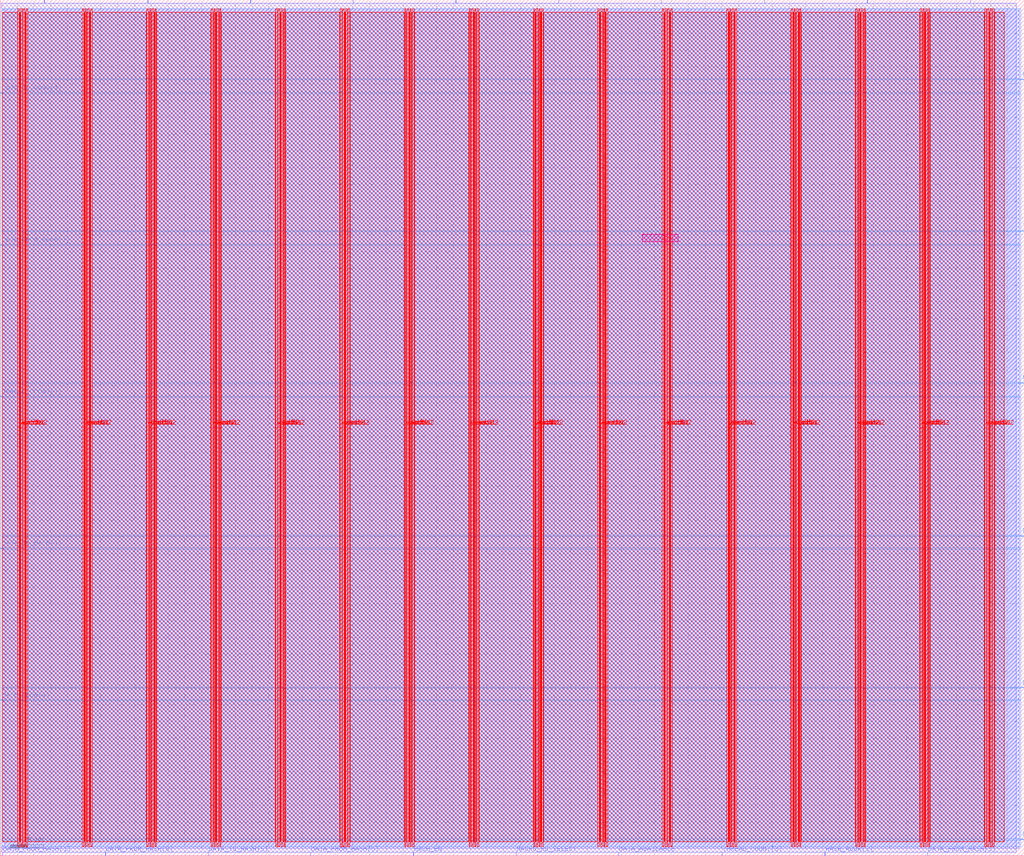
<source format=lef>
VERSION 5.7 ;
  NOWIREEXTENSIONATPIN ON ;
  DIVIDERCHAR "/" ;
  BUSBITCHARS "[]" ;
MACRO decred_hash_macro
  CLASS BLOCK ;
  FOREIGN decred_hash_macro ;
  ORIGIN 0.000 0.000 ;
  SIZE 1220.000 BY 1020.000 ;
  PIN CLK
    DIRECTION INPUT ;
    USE SIGNAL ;
    PORT
      LAYER met2 ;
        RECT 665.250 1016.000 665.530 1020.000 ;
    END
  END CLK
  PIN DATA_AVAILABLE
    DIRECTION OUTPUT TRISTATE ;
    USE SIGNAL ;
    PORT
      LAYER met2 ;
        RECT 737.010 0.000 737.290 4.000 ;
    END
  END DATA_AVAILABLE
  PIN DATA_FROM_HASH[0]
    DIRECTION OUTPUT TRISTATE ;
    USE SIGNAL ;
    PORT
      LAYER met2 ;
        RECT 125.210 0.000 125.490 4.000 ;
    END
  END DATA_FROM_HASH[0]
  PIN DATA_FROM_HASH[1]
    DIRECTION OUTPUT TRISTATE ;
    USE SIGNAL ;
    PORT
      LAYER met2 ;
        RECT 2.850 0.000 3.130 4.000 ;
    END
  END DATA_FROM_HASH[1]
  PIN DATA_FROM_HASH[2]
    DIRECTION OUTPUT TRISTATE ;
    USE SIGNAL ;
    PORT
      LAYER met2 ;
        RECT 910.890 1016.000 911.170 1020.000 ;
    END
  END DATA_FROM_HASH[2]
  PIN DATA_FROM_HASH[3]
    DIRECTION OUTPUT TRISTATE ;
    USE SIGNAL ;
    PORT
      LAYER met2 ;
        RECT 1105.010 0.000 1105.290 4.000 ;
    END
  END DATA_FROM_HASH[3]
  PIN DATA_FROM_HASH[4]
    DIRECTION OUTPUT TRISTATE ;
    USE SIGNAL ;
    PORT
      LAYER met3 ;
        RECT 1216.000 199.960 1220.000 200.560 ;
    END
  END DATA_FROM_HASH[4]
  PIN DATA_FROM_HASH[5]
    DIRECTION OUTPUT TRISTATE ;
    USE SIGNAL ;
    PORT
      LAYER met2 ;
        RECT 369.930 0.000 370.210 4.000 ;
    END
  END DATA_FROM_HASH[5]
  PIN DATA_FROM_HASH[6]
    DIRECTION OUTPUT TRISTATE ;
    USE SIGNAL ;
    PORT
      LAYER met2 ;
        RECT 175.810 1016.000 176.090 1020.000 ;
    END
  END DATA_FROM_HASH[6]
  PIN DATA_FROM_HASH[7]
    DIRECTION OUTPUT TRISTATE ;
    USE SIGNAL ;
    PORT
      LAYER met3 ;
        RECT 0.000 727.640 4.000 728.240 ;
    END
  END DATA_FROM_HASH[7]
  PIN DATA_TO_HASH[0]
    DIRECTION INPUT ;
    USE SIGNAL ;
    PORT
      LAYER met2 ;
        RECT 420.530 1016.000 420.810 1020.000 ;
    END
  END DATA_TO_HASH[0]
  PIN DATA_TO_HASH[1]
    DIRECTION INPUT ;
    USE SIGNAL ;
    PORT
      LAYER met3 ;
        RECT 0.000 365.880 4.000 366.480 ;
    END
  END DATA_TO_HASH[1]
  PIN DATA_TO_HASH[2]
    DIRECTION INPUT ;
    USE SIGNAL ;
    PORT
      LAYER met3 ;
        RECT 1216.000 380.840 1220.000 381.440 ;
    END
  END DATA_TO_HASH[2]
  PIN DATA_TO_HASH[3]
    DIRECTION INPUT ;
    USE SIGNAL ;
    PORT
      LAYER met3 ;
        RECT 1216.000 19.080 1220.000 19.680 ;
    END
  END DATA_TO_HASH[3]
  PIN DATA_TO_HASH[4]
    DIRECTION INPUT ;
    USE SIGNAL ;
    PORT
      LAYER met3 ;
        RECT 0.000 908.520 4.000 909.120 ;
    END
  END DATA_TO_HASH[4]
  PIN DATA_TO_HASH[5]
    DIRECTION INPUT ;
    USE SIGNAL ;
    PORT
      LAYER met2 ;
        RECT 247.570 0.000 247.850 4.000 ;
    END
  END DATA_TO_HASH[5]
  PIN DATA_TO_HASH[6]
    DIRECTION INPUT ;
    USE SIGNAL ;
    PORT
      LAYER met2 ;
        RECT 1033.250 1016.000 1033.530 1020.000 ;
    END
  END DATA_TO_HASH[6]
  PIN DATA_TO_HASH[7]
    DIRECTION INPUT ;
    USE SIGNAL ;
    PORT
      LAYER met2 ;
        RECT 298.170 1016.000 298.450 1020.000 ;
    END
  END DATA_TO_HASH[7]
  PIN HASH_ADDR[0]
    DIRECTION INPUT ;
    USE SIGNAL ;
    PORT
      LAYER met2 ;
        RECT 787.610 1016.000 787.890 1020.000 ;
    END
  END HASH_ADDR[0]
  PIN HASH_ADDR[1]
    DIRECTION INPUT ;
    USE SIGNAL ;
    PORT
      LAYER met2 ;
        RECT 52.530 1016.000 52.810 1020.000 ;
    END
  END HASH_ADDR[1]
  PIN HASH_ADDR[2]
    DIRECTION INPUT ;
    USE SIGNAL ;
    PORT
      LAYER met2 ;
        RECT 1155.610 1016.000 1155.890 1020.000 ;
    END
  END HASH_ADDR[2]
  PIN HASH_ADDR[3]
    DIRECTION INPUT ;
    USE SIGNAL ;
    PORT
      LAYER met2 ;
        RECT 982.650 0.000 982.930 4.000 ;
    END
  END HASH_ADDR[3]
  PIN HASH_ADDR[4]
    DIRECTION INPUT ;
    USE SIGNAL ;
    PORT
      LAYER met3 ;
        RECT 0.000 185.000 4.000 185.600 ;
    END
  END HASH_ADDR[4]
  PIN HASH_ADDR[5]
    DIRECTION INPUT ;
    USE SIGNAL ;
    PORT
      LAYER met3 ;
        RECT 1216.000 924.840 1220.000 925.440 ;
    END
  END HASH_ADDR[5]
  PIN HASH_EN
    DIRECTION INPUT ;
    USE SIGNAL ;
    PORT
      LAYER met2 ;
        RECT 492.290 0.000 492.570 4.000 ;
    END
  END HASH_EN
  PIN MACRO_RD_SELECT
    DIRECTION INPUT ;
    USE SIGNAL ;
    PORT
      LAYER met2 ;
        RECT 614.650 0.000 614.930 4.000 ;
    END
  END MACRO_RD_SELECT
  PIN MACRO_WR_SELECT
    DIRECTION INPUT ;
    USE SIGNAL ;
    PORT
      LAYER met3 ;
        RECT 1216.000 563.080 1220.000 563.680 ;
    END
  END MACRO_WR_SELECT
  PIN THREAD_COUNT[0]
    DIRECTION OUTPUT TRISTATE ;
    USE SIGNAL ;
    PORT
      LAYER met3 ;
        RECT 1216.000 743.960 1220.000 744.560 ;
    END
  END THREAD_COUNT[0]
  PIN THREAD_COUNT[1]
    DIRECTION OUTPUT TRISTATE ;
    USE SIGNAL ;
    PORT
      LAYER met3 ;
        RECT 0.000 546.760 4.000 547.360 ;
    END
  END THREAD_COUNT[1]
  PIN THREAD_COUNT[2]
    DIRECTION OUTPUT TRISTATE ;
    USE SIGNAL ;
    PORT
      LAYER met2 ;
        RECT 542.890 1016.000 543.170 1020.000 ;
    END
  END THREAD_COUNT[2]
  PIN THREAD_COUNT[3]
    DIRECTION OUTPUT TRISTATE ;
    USE SIGNAL ;
    PORT
      LAYER met2 ;
        RECT 860.290 0.000 860.570 4.000 ;
    END
  END THREAD_COUNT[3]
  PIN vccd1
    DIRECTION INOUT ;
    USE POWER ;
    PORT
      LAYER met4 ;
        RECT 1096.240 10.640 1097.840 1009.360 ;
    END
  END vccd1
  PIN vccd1
    DIRECTION INOUT ;
    USE POWER ;
    PORT
      LAYER met4 ;
        RECT 942.640 10.640 944.240 1009.360 ;
    END
  END vccd1
  PIN vccd1
    DIRECTION INOUT ;
    USE POWER ;
    PORT
      LAYER met4 ;
        RECT 789.040 10.640 790.640 1009.360 ;
    END
  END vccd1
  PIN vccd1
    DIRECTION INOUT ;
    USE POWER ;
    PORT
      LAYER met4 ;
        RECT 635.440 10.640 637.040 1009.360 ;
    END
  END vccd1
  PIN vccd1
    DIRECTION INOUT ;
    USE POWER ;
    PORT
      LAYER met4 ;
        RECT 481.840 10.640 483.440 1009.360 ;
    END
  END vccd1
  PIN vccd1
    DIRECTION INOUT ;
    USE POWER ;
    PORT
      LAYER met4 ;
        RECT 328.240 10.640 329.840 1009.360 ;
    END
  END vccd1
  PIN vccd1
    DIRECTION INOUT ;
    USE POWER ;
    PORT
      LAYER met4 ;
        RECT 174.640 10.640 176.240 1009.360 ;
    END
  END vccd1
  PIN vccd1
    DIRECTION INOUT ;
    USE POWER ;
    PORT
      LAYER met4 ;
        RECT 21.040 10.640 22.640 1009.360 ;
    END
  END vccd1
  PIN vssd1
    DIRECTION INOUT ;
    USE GROUND ;
    PORT
      LAYER met4 ;
        RECT 1173.040 10.640 1174.640 1009.360 ;
    END
  END vssd1
  PIN vssd1
    DIRECTION INOUT ;
    USE GROUND ;
    PORT
      LAYER met4 ;
        RECT 1019.440 10.640 1021.040 1009.360 ;
    END
  END vssd1
  PIN vssd1
    DIRECTION INOUT ;
    USE GROUND ;
    PORT
      LAYER met4 ;
        RECT 865.840 10.640 867.440 1009.360 ;
    END
  END vssd1
  PIN vssd1
    DIRECTION INOUT ;
    USE GROUND ;
    PORT
      LAYER met4 ;
        RECT 712.240 10.640 713.840 1009.360 ;
    END
  END vssd1
  PIN vssd1
    DIRECTION INOUT ;
    USE GROUND ;
    PORT
      LAYER met4 ;
        RECT 558.640 10.640 560.240 1009.360 ;
    END
  END vssd1
  PIN vssd1
    DIRECTION INOUT ;
    USE GROUND ;
    PORT
      LAYER met4 ;
        RECT 405.040 10.640 406.640 1009.360 ;
    END
  END vssd1
  PIN vssd1
    DIRECTION INOUT ;
    USE GROUND ;
    PORT
      LAYER met4 ;
        RECT 251.440 10.640 253.040 1009.360 ;
    END
  END vssd1
  PIN vssd1
    DIRECTION INOUT ;
    USE GROUND ;
    PORT
      LAYER met4 ;
        RECT 97.840 10.640 99.440 1009.360 ;
    END
  END vssd1
  PIN vccd2
    DIRECTION INOUT ;
    USE POWER ;
    PORT
      LAYER met4 ;
        RECT 1099.540 10.880 1101.140 1009.120 ;
    END
  END vccd2
  PIN vccd2
    DIRECTION INOUT ;
    USE POWER ;
    PORT
      LAYER met4 ;
        RECT 945.940 10.880 947.540 1009.120 ;
    END
  END vccd2
  PIN vccd2
    DIRECTION INOUT ;
    USE POWER ;
    PORT
      LAYER met4 ;
        RECT 792.340 10.880 793.940 1009.120 ;
    END
  END vccd2
  PIN vccd2
    DIRECTION INOUT ;
    USE POWER ;
    PORT
      LAYER met4 ;
        RECT 638.740 10.880 640.340 1009.120 ;
    END
  END vccd2
  PIN vccd2
    DIRECTION INOUT ;
    USE POWER ;
    PORT
      LAYER met4 ;
        RECT 485.140 10.880 486.740 1009.120 ;
    END
  END vccd2
  PIN vccd2
    DIRECTION INOUT ;
    USE POWER ;
    PORT
      LAYER met4 ;
        RECT 331.540 10.880 333.140 1009.120 ;
    END
  END vccd2
  PIN vccd2
    DIRECTION INOUT ;
    USE POWER ;
    PORT
      LAYER met4 ;
        RECT 177.940 10.880 179.540 1009.120 ;
    END
  END vccd2
  PIN vccd2
    DIRECTION INOUT ;
    USE POWER ;
    PORT
      LAYER met4 ;
        RECT 24.340 10.880 25.940 1009.120 ;
    END
  END vccd2
  PIN vssd2
    DIRECTION INOUT ;
    USE GROUND ;
    PORT
      LAYER met4 ;
        RECT 1176.340 10.880 1177.940 1009.120 ;
    END
  END vssd2
  PIN vssd2
    DIRECTION INOUT ;
    USE GROUND ;
    PORT
      LAYER met4 ;
        RECT 1022.740 10.880 1024.340 1009.120 ;
    END
  END vssd2
  PIN vssd2
    DIRECTION INOUT ;
    USE GROUND ;
    PORT
      LAYER met4 ;
        RECT 869.140 10.880 870.740 1009.120 ;
    END
  END vssd2
  PIN vssd2
    DIRECTION INOUT ;
    USE GROUND ;
    PORT
      LAYER met4 ;
        RECT 715.540 10.880 717.140 1009.120 ;
    END
  END vssd2
  PIN vssd2
    DIRECTION INOUT ;
    USE GROUND ;
    PORT
      LAYER met4 ;
        RECT 561.940 10.880 563.540 1009.120 ;
    END
  END vssd2
  PIN vssd2
    DIRECTION INOUT ;
    USE GROUND ;
    PORT
      LAYER met4 ;
        RECT 408.340 10.880 409.940 1009.120 ;
    END
  END vssd2
  PIN vssd2
    DIRECTION INOUT ;
    USE GROUND ;
    PORT
      LAYER met4 ;
        RECT 254.740 10.880 256.340 1009.120 ;
    END
  END vssd2
  PIN vssd2
    DIRECTION INOUT ;
    USE GROUND ;
    PORT
      LAYER met4 ;
        RECT 101.140 10.880 102.740 1009.120 ;
    END
  END vssd2
  PIN vdda1
    DIRECTION INOUT ;
    USE POWER ;
    PORT
      LAYER met4 ;
        RECT 1102.840 10.880 1104.440 1009.120 ;
    END
  END vdda1
  PIN vdda1
    DIRECTION INOUT ;
    USE POWER ;
    PORT
      LAYER met4 ;
        RECT 949.240 10.880 950.840 1009.120 ;
    END
  END vdda1
  PIN vdda1
    DIRECTION INOUT ;
    USE POWER ;
    PORT
      LAYER met4 ;
        RECT 795.640 10.880 797.240 1009.120 ;
    END
  END vdda1
  PIN vdda1
    DIRECTION INOUT ;
    USE POWER ;
    PORT
      LAYER met4 ;
        RECT 642.040 10.880 643.640 1009.120 ;
    END
  END vdda1
  PIN vdda1
    DIRECTION INOUT ;
    USE POWER ;
    PORT
      LAYER met4 ;
        RECT 488.440 10.880 490.040 1009.120 ;
    END
  END vdda1
  PIN vdda1
    DIRECTION INOUT ;
    USE POWER ;
    PORT
      LAYER met4 ;
        RECT 334.840 10.880 336.440 1009.120 ;
    END
  END vdda1
  PIN vdda1
    DIRECTION INOUT ;
    USE POWER ;
    PORT
      LAYER met4 ;
        RECT 181.240 10.880 182.840 1009.120 ;
    END
  END vdda1
  PIN vdda1
    DIRECTION INOUT ;
    USE POWER ;
    PORT
      LAYER met4 ;
        RECT 27.640 10.880 29.240 1009.120 ;
    END
  END vdda1
  PIN vssa1
    DIRECTION INOUT ;
    USE GROUND ;
    PORT
      LAYER met4 ;
        RECT 1179.640 10.880 1181.240 1009.120 ;
    END
  END vssa1
  PIN vssa1
    DIRECTION INOUT ;
    USE GROUND ;
    PORT
      LAYER met4 ;
        RECT 1026.040 10.880 1027.640 1009.120 ;
    END
  END vssa1
  PIN vssa1
    DIRECTION INOUT ;
    USE GROUND ;
    PORT
      LAYER met4 ;
        RECT 872.440 10.880 874.040 1009.120 ;
    END
  END vssa1
  PIN vssa1
    DIRECTION INOUT ;
    USE GROUND ;
    PORT
      LAYER met4 ;
        RECT 718.840 10.880 720.440 1009.120 ;
    END
  END vssa1
  PIN vssa1
    DIRECTION INOUT ;
    USE GROUND ;
    PORT
      LAYER met4 ;
        RECT 565.240 10.880 566.840 1009.120 ;
    END
  END vssa1
  PIN vssa1
    DIRECTION INOUT ;
    USE GROUND ;
    PORT
      LAYER met4 ;
        RECT 411.640 10.880 413.240 1009.120 ;
    END
  END vssa1
  PIN vssa1
    DIRECTION INOUT ;
    USE GROUND ;
    PORT
      LAYER met4 ;
        RECT 258.040 10.880 259.640 1009.120 ;
    END
  END vssa1
  PIN vssa1
    DIRECTION INOUT ;
    USE GROUND ;
    PORT
      LAYER met4 ;
        RECT 104.440 10.880 106.040 1009.120 ;
    END
  END vssa1
  PIN vdda2
    DIRECTION INOUT ;
    USE POWER ;
    PORT
      LAYER met4 ;
        RECT 1106.140 10.880 1107.740 1009.120 ;
    END
  END vdda2
  PIN vdda2
    DIRECTION INOUT ;
    USE POWER ;
    PORT
      LAYER met4 ;
        RECT 952.540 10.880 954.140 1009.120 ;
    END
  END vdda2
  PIN vdda2
    DIRECTION INOUT ;
    USE POWER ;
    PORT
      LAYER met4 ;
        RECT 798.940 10.880 800.540 1009.120 ;
    END
  END vdda2
  PIN vdda2
    DIRECTION INOUT ;
    USE POWER ;
    PORT
      LAYER met4 ;
        RECT 645.340 10.880 646.940 1009.120 ;
    END
  END vdda2
  PIN vdda2
    DIRECTION INOUT ;
    USE POWER ;
    PORT
      LAYER met4 ;
        RECT 491.740 10.880 493.340 1009.120 ;
    END
  END vdda2
  PIN vdda2
    DIRECTION INOUT ;
    USE POWER ;
    PORT
      LAYER met4 ;
        RECT 338.140 10.880 339.740 1009.120 ;
    END
  END vdda2
  PIN vdda2
    DIRECTION INOUT ;
    USE POWER ;
    PORT
      LAYER met4 ;
        RECT 184.540 10.880 186.140 1009.120 ;
    END
  END vdda2
  PIN vdda2
    DIRECTION INOUT ;
    USE POWER ;
    PORT
      LAYER met4 ;
        RECT 30.940 10.880 32.540 1009.120 ;
    END
  END vdda2
  PIN vssa2
    DIRECTION INOUT ;
    USE GROUND ;
    PORT
      LAYER met4 ;
        RECT 1182.940 10.880 1184.540 1009.120 ;
    END
  END vssa2
  PIN vssa2
    DIRECTION INOUT ;
    USE GROUND ;
    PORT
      LAYER met4 ;
        RECT 1029.340 10.880 1030.940 1009.120 ;
    END
  END vssa2
  PIN vssa2
    DIRECTION INOUT ;
    USE GROUND ;
    PORT
      LAYER met4 ;
        RECT 875.740 10.880 877.340 1009.120 ;
    END
  END vssa2
  PIN vssa2
    DIRECTION INOUT ;
    USE GROUND ;
    PORT
      LAYER met4 ;
        RECT 722.140 10.880 723.740 1009.120 ;
    END
  END vssa2
  PIN vssa2
    DIRECTION INOUT ;
    USE GROUND ;
    PORT
      LAYER met4 ;
        RECT 568.540 10.880 570.140 1009.120 ;
    END
  END vssa2
  PIN vssa2
    DIRECTION INOUT ;
    USE GROUND ;
    PORT
      LAYER met4 ;
        RECT 414.940 10.880 416.540 1009.120 ;
    END
  END vssa2
  PIN vssa2
    DIRECTION INOUT ;
    USE GROUND ;
    PORT
      LAYER met4 ;
        RECT 261.340 10.880 262.940 1009.120 ;
    END
  END vssa2
  PIN vssa2
    DIRECTION INOUT ;
    USE GROUND ;
    PORT
      LAYER met4 ;
        RECT 107.740 10.880 109.340 1009.120 ;
    END
  END vssa2
  OBS
      LAYER li1 ;
        RECT 5.520 10.795 1214.400 1009.205 ;
      LAYER met1 ;
        RECT 1.910 8.880 1214.400 1009.360 ;
      LAYER met2 ;
        RECT 1.930 1015.720 52.250 1016.000 ;
        RECT 53.090 1015.720 175.530 1016.000 ;
        RECT 176.370 1015.720 297.890 1016.000 ;
        RECT 298.730 1015.720 420.250 1016.000 ;
        RECT 421.090 1015.720 542.610 1016.000 ;
        RECT 543.450 1015.720 664.970 1016.000 ;
        RECT 665.810 1015.720 787.330 1016.000 ;
        RECT 788.170 1015.720 910.610 1016.000 ;
        RECT 911.450 1015.720 1032.970 1016.000 ;
        RECT 1033.810 1015.720 1155.330 1016.000 ;
        RECT 1156.170 1015.720 1210.630 1016.000 ;
        RECT 1.930 4.280 1210.630 1015.720 ;
        RECT 1.930 4.000 2.570 4.280 ;
        RECT 3.410 4.000 124.930 4.280 ;
        RECT 125.770 4.000 247.290 4.280 ;
        RECT 248.130 4.000 369.650 4.280 ;
        RECT 370.490 4.000 492.010 4.280 ;
        RECT 492.850 4.000 614.370 4.280 ;
        RECT 615.210 4.000 736.730 4.280 ;
        RECT 737.570 4.000 860.010 4.280 ;
        RECT 860.850 4.000 982.370 4.280 ;
        RECT 983.210 4.000 1104.730 4.280 ;
        RECT 1105.570 4.000 1210.630 4.280 ;
      LAYER met3 ;
        RECT 1.905 925.840 1216.000 1009.285 ;
        RECT 1.905 924.440 1215.600 925.840 ;
        RECT 1.905 909.520 1216.000 924.440 ;
        RECT 4.400 908.120 1216.000 909.520 ;
        RECT 1.905 744.960 1216.000 908.120 ;
        RECT 1.905 743.560 1215.600 744.960 ;
        RECT 1.905 728.640 1216.000 743.560 ;
        RECT 4.400 727.240 1216.000 728.640 ;
        RECT 1.905 564.080 1216.000 727.240 ;
        RECT 1.905 562.680 1215.600 564.080 ;
        RECT 1.905 547.760 1216.000 562.680 ;
        RECT 4.400 546.360 1216.000 547.760 ;
        RECT 1.905 381.840 1216.000 546.360 ;
        RECT 1.905 380.440 1215.600 381.840 ;
        RECT 1.905 366.880 1216.000 380.440 ;
        RECT 4.400 365.480 1216.000 366.880 ;
        RECT 1.905 200.960 1216.000 365.480 ;
        RECT 1.905 199.560 1215.600 200.960 ;
        RECT 1.905 186.000 1216.000 199.560 ;
        RECT 4.400 184.600 1216.000 186.000 ;
        RECT 1.905 20.080 1216.000 184.600 ;
        RECT 1.905 18.680 1215.600 20.080 ;
        RECT 1.905 10.715 1216.000 18.680 ;
      LAYER met4 ;
        RECT 3.055 16.495 20.640 1004.865 ;
        RECT 23.040 16.495 23.940 1004.865 ;
        RECT 26.340 16.495 27.240 1004.865 ;
        RECT 29.640 16.495 30.540 1004.865 ;
        RECT 32.940 16.495 97.440 1004.865 ;
        RECT 99.840 16.495 100.740 1004.865 ;
        RECT 103.140 16.495 104.040 1004.865 ;
        RECT 106.440 16.495 107.340 1004.865 ;
        RECT 109.740 16.495 174.240 1004.865 ;
        RECT 176.640 16.495 177.540 1004.865 ;
        RECT 179.940 16.495 180.840 1004.865 ;
        RECT 183.240 16.495 184.140 1004.865 ;
        RECT 186.540 16.495 251.040 1004.865 ;
        RECT 253.440 16.495 254.340 1004.865 ;
        RECT 256.740 16.495 257.640 1004.865 ;
        RECT 260.040 16.495 260.940 1004.865 ;
        RECT 263.340 16.495 327.840 1004.865 ;
        RECT 330.240 16.495 331.140 1004.865 ;
        RECT 333.540 16.495 334.440 1004.865 ;
        RECT 336.840 16.495 337.740 1004.865 ;
        RECT 340.140 16.495 404.640 1004.865 ;
        RECT 407.040 16.495 407.940 1004.865 ;
        RECT 410.340 16.495 411.240 1004.865 ;
        RECT 413.640 16.495 414.540 1004.865 ;
        RECT 416.940 16.495 481.440 1004.865 ;
        RECT 483.840 16.495 484.740 1004.865 ;
        RECT 487.140 16.495 488.040 1004.865 ;
        RECT 490.440 16.495 491.340 1004.865 ;
        RECT 493.740 16.495 558.240 1004.865 ;
        RECT 560.640 16.495 561.540 1004.865 ;
        RECT 563.940 16.495 564.840 1004.865 ;
        RECT 567.240 16.495 568.140 1004.865 ;
        RECT 570.540 16.495 635.040 1004.865 ;
        RECT 637.440 16.495 638.340 1004.865 ;
        RECT 640.740 16.495 641.640 1004.865 ;
        RECT 644.040 16.495 644.940 1004.865 ;
        RECT 647.340 16.495 711.840 1004.865 ;
        RECT 714.240 16.495 715.140 1004.865 ;
        RECT 717.540 16.495 718.440 1004.865 ;
        RECT 720.840 16.495 721.740 1004.865 ;
        RECT 724.140 16.495 788.640 1004.865 ;
        RECT 791.040 16.495 791.940 1004.865 ;
        RECT 794.340 16.495 795.240 1004.865 ;
        RECT 797.640 16.495 798.540 1004.865 ;
        RECT 800.940 16.495 865.440 1004.865 ;
        RECT 867.840 16.495 868.740 1004.865 ;
        RECT 871.140 16.495 872.040 1004.865 ;
        RECT 874.440 16.495 875.340 1004.865 ;
        RECT 877.740 16.495 942.240 1004.865 ;
        RECT 944.640 16.495 945.540 1004.865 ;
        RECT 947.940 16.495 948.840 1004.865 ;
        RECT 951.240 16.495 952.140 1004.865 ;
        RECT 954.540 16.495 1019.040 1004.865 ;
        RECT 1021.440 16.495 1022.340 1004.865 ;
        RECT 1024.740 16.495 1025.640 1004.865 ;
        RECT 1028.040 16.495 1028.940 1004.865 ;
        RECT 1031.340 16.495 1095.840 1004.865 ;
        RECT 1098.240 16.495 1099.140 1004.865 ;
        RECT 1101.540 16.495 1102.440 1004.865 ;
        RECT 1104.840 16.495 1105.740 1004.865 ;
        RECT 1108.140 16.495 1172.640 1004.865 ;
        RECT 1175.040 16.495 1175.940 1004.865 ;
        RECT 1178.340 16.495 1179.240 1004.865 ;
        RECT 1181.640 16.495 1182.540 1004.865 ;
        RECT 1184.940 16.495 1196.625 1004.865 ;
      LAYER met5 ;
        RECT 765.100 731.900 808.100 740.300 ;
  END
END decred_hash_macro
END LIBRARY


</source>
